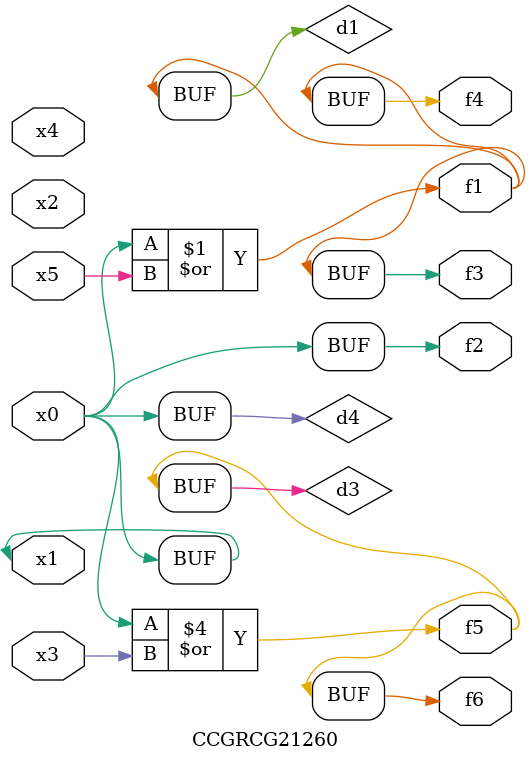
<source format=v>
module CCGRCG21260(
	input x0, x1, x2, x3, x4, x5,
	output f1, f2, f3, f4, f5, f6
);

	wire d1, d2, d3, d4;

	or (d1, x0, x5);
	xnor (d2, x1, x4);
	or (d3, x0, x3);
	buf (d4, x0, x1);
	assign f1 = d1;
	assign f2 = d4;
	assign f3 = d1;
	assign f4 = d1;
	assign f5 = d3;
	assign f6 = d3;
endmodule

</source>
